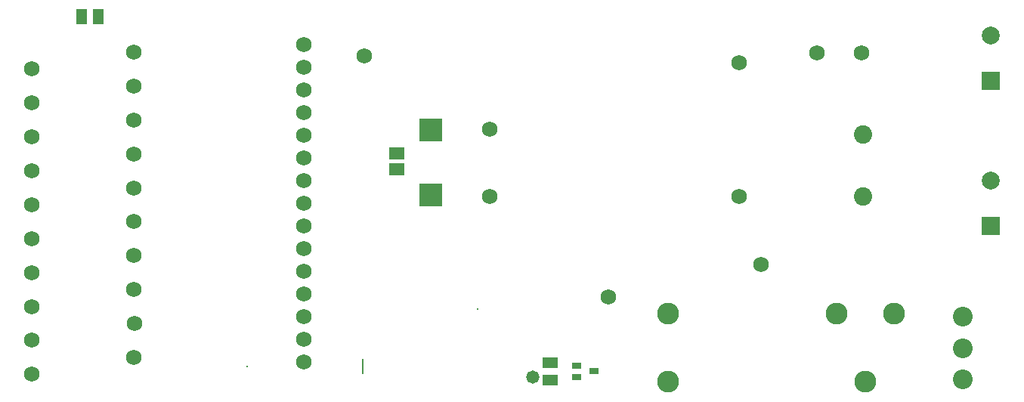
<source format=gts>
G04*
G04 #@! TF.GenerationSoftware,Altium Limited,Altium Designer,20.0.14 (345)*
G04*
G04 Layer_Color=8388736*
%FSLAX25Y25*%
%MOIN*%
G70*
G01*
G75*
%ADD19R,0.04737X0.06509*%
%ADD20R,0.06509X0.05328*%
%ADD21R,0.04147X0.02769*%
%ADD22R,0.06509X0.04737*%
%ADD23R,0.10249X0.10249*%
%ADD24C,0.06800*%
%ADD25R,0.07887X0.07887*%
%ADD26C,0.07887*%
%ADD27C,0.08674*%
%ADD28C,0.08083*%
%ADD29C,0.00800*%
%ADD30O,0.00800X0.06800*%
%ADD31C,0.09658*%
%ADD32C,0.05800*%
D19*
X30260Y173500D02*
D03*
X37740D02*
D03*
D20*
X169500Y113043D02*
D03*
Y105957D02*
D03*
D21*
X256339Y17000D02*
D03*
X248661Y14441D02*
D03*
Y19559D02*
D03*
D22*
X237000Y20740D02*
D03*
Y13260D02*
D03*
D23*
X184500Y94760D02*
D03*
Y123500D02*
D03*
D24*
X155000Y156000D02*
D03*
X330000Y64000D02*
D03*
X128500Y161000D02*
D03*
Y151000D02*
D03*
Y141000D02*
D03*
Y21000D02*
D03*
Y31000D02*
D03*
Y41000D02*
D03*
Y51000D02*
D03*
Y61000D02*
D03*
Y71000D02*
D03*
Y81000D02*
D03*
Y91000D02*
D03*
Y101000D02*
D03*
Y111000D02*
D03*
Y121000D02*
D03*
Y131000D02*
D03*
X8500Y15657D02*
D03*
Y30618D02*
D03*
Y45579D02*
D03*
Y60539D02*
D03*
Y75500D02*
D03*
Y90461D02*
D03*
Y105421D02*
D03*
Y120382D02*
D03*
Y135343D02*
D03*
X53382Y23138D02*
D03*
X53594Y38098D02*
D03*
X53382Y53059D02*
D03*
Y68020D02*
D03*
Y82980D02*
D03*
Y97941D02*
D03*
Y112902D02*
D03*
Y127862D02*
D03*
X8500Y150303D02*
D03*
X53382Y142823D02*
D03*
Y157783D02*
D03*
X262588Y49637D02*
D03*
X320500Y93945D02*
D03*
Y153000D02*
D03*
X210264Y93945D02*
D03*
Y123866D02*
D03*
X354815Y157500D02*
D03*
X374500D02*
D03*
D25*
X431500Y145000D02*
D03*
Y81000D02*
D03*
D26*
Y165000D02*
D03*
Y101000D02*
D03*
D27*
X419000Y13441D02*
D03*
Y27220D02*
D03*
Y41000D02*
D03*
D28*
X375000Y94000D02*
D03*
Y121559D02*
D03*
D29*
X103319Y19134D02*
D03*
X205025Y44408D02*
D03*
D30*
X154500Y19134D02*
D03*
D31*
X289090Y42500D02*
D03*
X363500D02*
D03*
X388697D02*
D03*
X376098Y12500D02*
D03*
X289090D02*
D03*
D32*
X229500Y14500D02*
D03*
M02*

</source>
